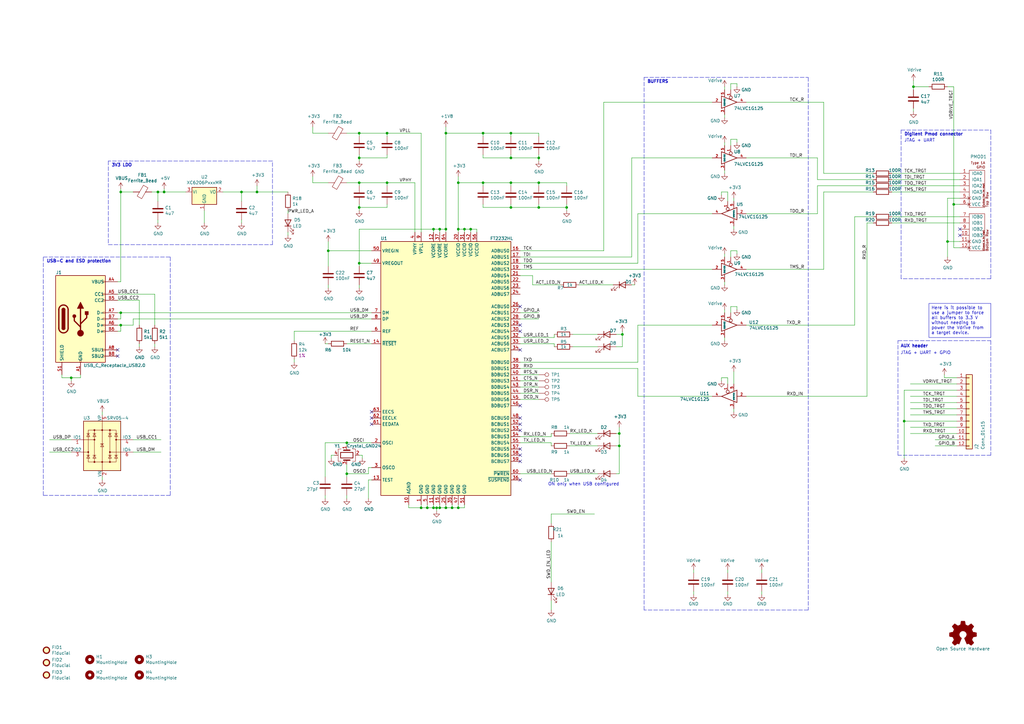
<source format=kicad_sch>
(kicad_sch (version 20231120) (generator "eeschema") (generator_version "8.0")
  (paper "A3")
  (title_block (title "vesp-jtag") (date "2024-10-19") (rev "v1.0") (company "Ondrej Golasowski") (comment 1 "based on Steppenprobe by D. Herranz") (comment 3 "Debugging and boundary scan") (comment 4 "JTAG/UART/GPIO USB interface board"))
  (junction (at 187.96 208.28))
  (junction (at 180.34 93.98))
  (junction (at 147.32 107.95))
  (junction (at 198.12 74.93))
  (junction (at 64.77 78.74))
  (junction (at 158.75 54.61))
  (junction (at 220.98 85.09))
  (junction (at 391.16 83.82))
  (junction (at 220.98 74.93))
  (junction (at 209.55 64.77))
  (junction (at 187.96 74.93))
  (junction (at 105.41 78.74))
  (junction (at 254 177.8))
  (junction (at 134.62 102.87))
  (junction (at 142.24 194.31))
  (junction (at 220.98 64.77))
  (junction (at 182.88 54.61))
  (junction (at 49.53 78.74))
  (junction (at 187.96 93.98))
  (junction (at 147.32 54.61))
  (junction (at 193.04 93.98))
  (junction (at 99.06 78.74))
  (junction (at 49.53 128.27))
  (junction (at 147.32 64.77))
  (junction (at 198.12 54.61))
  (junction (at 232.41 85.09))
  (junction (at 209.55 54.61))
  (junction (at 158.75 74.93))
  (junction (at 185.42 208.28))
  (junction (at 190.5 93.98))
  (junction (at 67.31 78.74))
  (junction (at 374.65 35.56))
  (junction (at 177.8 208.28))
  (junction (at 209.55 85.09))
  (junction (at 49.53 133.35))
  (junction (at 209.55 74.93))
  (junction (at 179.07 208.28))
  (junction (at 182.88 93.98))
  (junction (at 182.88 208.28))
  (junction (at 142.24 181.61))
  (junction (at 29.21 154.94))
  (junction (at 172.72 208.28))
  (junction (at 255.27 137.16))
  (junction (at 388.62 99.06))
  (junction (at 147.32 74.93))
  (junction (at 180.34 208.28))
  (junction (at 175.26 208.28))
  (junction (at 147.32 85.09))
  (junction (at 254 182.88))
  (junction (at 177.8 93.98))
  (junction (at 370.84 172.72))
  (no_connect (at 213.36 186.69))
  (no_connect (at 393.7 96.52))
  (no_connect (at 213.36 173.99))
  (no_connect (at 48.26 146.05))
  (no_connect (at 152.4 171.45))
  (no_connect (at 213.36 176.53))
  (no_connect (at 152.4 168.91))
  (no_connect (at 213.36 135.89))
  (no_connect (at 213.36 166.37))
  (no_connect (at 152.4 173.99))
  (no_connect (at 213.36 189.23))
  (no_connect (at 213.36 133.35))
  (no_connect (at 213.36 125.73))
  (no_connect (at 213.36 143.51))
  (no_connect (at 213.36 184.15))
  (no_connect (at 48.26 143.51))
  (no_connect (at 213.36 171.45))
  (no_connect (at 393.7 93.98))
  (no_connect (at 213.36 196.85))
  (wire (pts (xy 147.32 54.61) (xy 158.75 54.61)))
  (wire (pts (xy 105.41 78.74) (xy 118.11 78.74)))
  (wire (pts (xy 298.45 243.84) (xy 298.45 242.57)))
  (polyline (pts (xy 368.3 139.7) (xy 406.4 139.7)) (stroke (width 0) (type dash)))
  (wire (pts (xy 185.42 207.01) (xy 185.42 208.28)))
  (wire (pts (xy 142.24 194.31) (xy 142.24 195.58)))
  (polyline (pts (xy 17.78 203.2) (xy 17.78 105.41)) (stroke (width 0) (type dash)))
  (wire (pts (xy 198.12 74.93) (xy 187.96 74.93)))
  (wire (pts (xy 190.5 93.98) (xy 193.04 93.98)))
  (wire (pts (xy 226.06 179.07) (xy 226.06 177.8)))
  (wire (pts (xy 295.91 78.74) (xy 295.91 80.01)))
  (wire (pts (xy 393.7 101.6) (xy 391.16 101.6)))
  (wire (pts (xy 64.77 78.74) (xy 67.31 78.74)))
  (wire (pts (xy 374.65 35.56) (xy 374.65 36.83)))
  (wire (pts (xy 297.18 105.41) (xy 297.18 104.14)))
  (wire (pts (xy 151.13 191.77) (xy 151.13 194.31)))
  (polyline (pts (xy 111.76 66.04) (xy 44.45 66.04)) (stroke (width 0) (type dash)))
  (wire (pts (xy 232.41 74.93) (xy 232.41 76.2)))
  (polyline (pts (xy 369.57 53.34) (xy 406.4 53.34)) (stroke (width 0) (type dash)))
  (wire (pts (xy 147.32 74.93) (xy 158.75 74.93)))
  (wire (pts (xy 247.65 102.87) (xy 247.65 41.91)))
  (wire (pts (xy 41.91 170.18) (xy 41.91 168.91)))
  (wire (pts (xy 387.35 154.94) (xy 392.43 154.94)))
  (wire (pts (xy 392.43 177.8) (xy 373.38 177.8)))
  (wire (pts (xy 151.13 196.85) (xy 152.4 196.85)))
  (wire (pts (xy 302.26 57.15) (xy 302.26 58.42)))
  (wire (pts (xy 147.32 107.95) (xy 152.4 107.95)))
  (wire (pts (xy 300.99 93.98) (xy 300.99 92.71)))
  (wire (pts (xy 245.11 194.31) (xy 233.68 194.31)))
  (wire (pts (xy 247.65 41.91) (xy 292.1 41.91)))
  (polyline (pts (xy 368.3 186.69) (xy 368.3 139.7)) (stroke (width 0) (type dash)))
  (wire (pts (xy 128.27 54.61) (xy 128.27 52.07)))
  (wire (pts (xy 182.88 207.01) (xy 182.88 208.28)))
  (wire (pts (xy 177.8 93.98) (xy 177.8 95.25)))
  (wire (pts (xy 373.38 157.48) (xy 392.43 157.48)))
  (wire (pts (xy 142.24 194.31) (xy 151.13 194.31)))
  (polyline (pts (xy 264.16 31.75) (xy 331.47 31.75)) (stroke (width 0) (type dash)))
  (wire (pts (xy 300.99 168.91) (xy 300.99 167.64)))
  (wire (pts (xy 213.36 179.07) (xy 226.06 179.07)))
  (wire (pts (xy 190.5 93.98) (xy 187.96 93.98)))
  (wire (pts (xy 49.53 135.89) (xy 48.26 135.89)))
  (wire (pts (xy 254 182.88) (xy 252.73 182.88)))
  (wire (pts (xy 99.06 91.44) (xy 99.06 90.17)))
  (wire (pts (xy 306.07 41.91) (xy 337.82 41.91)))
  (wire (pts (xy 218.44 116.84) (xy 218.44 113.03)))
  (wire (pts (xy 388.62 99.06) (xy 388.62 105.41)))
  (wire (pts (xy 187.96 93.98) (xy 187.96 95.25)))
  (wire (pts (xy 299.72 102.87) (xy 302.26 102.87)))
  (wire (pts (xy 261.62 162.56) (xy 292.1 162.56)))
  (wire (pts (xy 335.28 76.2) (xy 358.14 76.2)))
  (wire (pts (xy 213.36 107.95) (xy 261.62 107.95)))
  (wire (pts (xy 213.36 148.59) (xy 261.62 148.59)))
  (wire (pts (xy 147.32 64.77) (xy 158.75 64.77)))
  (wire (pts (xy 142.24 182.88) (xy 142.24 181.61)))
  (wire (pts (xy 63.5 120.65) (xy 63.5 133.35)))
  (wire (pts (xy 198.12 63.5) (xy 198.12 64.77)))
  (polyline (pts (xy 406.4 139.7) (xy 406.4 186.69)) (stroke (width 0) (type dash)))
  (wire (pts (xy 152.4 135.89) (xy 120.65 135.89)))
  (wire (pts (xy 392.43 165.1) (xy 373.38 165.1)))
  (wire (pts (xy 209.55 74.93) (xy 209.55 76.2)))
  (wire (pts (xy 365.76 71.12) (xy 393.7 71.12)))
  (wire (pts (xy 99.06 78.74) (xy 105.41 78.74)))
  (wire (pts (xy 213.36 194.31) (xy 226.06 194.31)))
  (wire (pts (xy 254 182.88) (xy 254 177.8)))
  (wire (pts (xy 302.26 102.87) (xy 302.26 104.14)))
  (wire (pts (xy 49.53 78.74) (xy 49.53 77.47)))
  (wire (pts (xy 391.16 83.82) (xy 393.7 83.82)))
  (wire (pts (xy 83.82 86.36) (xy 83.82 91.44)))
  (wire (pts (xy 259.08 64.77) (xy 292.1 64.77)))
  (wire (pts (xy 306.07 64.77) (xy 335.28 64.77)))
  (wire (pts (xy 370.84 160.02) (xy 370.84 172.72)))
  (wire (pts (xy 337.82 71.12) (xy 337.82 41.91)))
  (polyline (pts (xy 44.45 66.04) (xy 44.45 100.33)) (stroke (width 0) (type dash)))
  (wire (pts (xy 147.32 118.11) (xy 147.32 116.84)))
  (wire (pts (xy 64.77 78.74) (xy 64.77 82.55)))
  (wire (pts (xy 335.28 73.66) (xy 358.14 73.66)))
  (wire (pts (xy 213.36 140.97) (xy 227.33 140.97)))
  (wire (pts (xy 226.06 246.38) (xy 226.06 250.19)))
  (wire (pts (xy 259.08 64.77) (xy 259.08 105.41)))
  (wire (pts (xy 234.95 142.24) (xy 245.11 142.24)))
  (wire (pts (xy 134.62 109.22) (xy 134.62 102.87)))
  (wire (pts (xy 245.11 182.88) (xy 233.68 182.88)))
  (wire (pts (xy 306.07 162.56) (xy 355.6 162.56)))
  (wire (pts (xy 234.95 137.16) (xy 245.11 137.16)))
  (wire (pts (xy 259.08 116.84) (xy 260.35 116.84)))
  (wire (pts (xy 147.32 85.09) (xy 158.75 85.09)))
  (wire (pts (xy 392.43 180.34) (xy 383.54 180.34)))
  (wire (pts (xy 312.42 234.95) (xy 312.42 233.68)))
  (wire (pts (xy 48.26 133.35) (xy 49.53 133.35)))
  (wire (pts (xy 33.02 153.67) (xy 33.02 154.94)))
  (polyline (pts (xy 69.85 203.2) (xy 17.78 203.2)) (stroke (width 0) (type dash)))
  (wire (pts (xy 299.72 59.69) (xy 299.72 57.15)))
  (wire (pts (xy 306.07 87.63) (xy 335.28 87.63)))
  (wire (pts (xy 187.96 74.93) (xy 187.96 93.98)))
  (wire (pts (xy 391.16 101.6) (xy 391.16 83.82)))
  (wire (pts (xy 142.24 181.61) (xy 152.4 181.61)))
  (wire (pts (xy 381 35.56) (xy 374.65 35.56)))
  (wire (pts (xy 213.36 102.87) (xy 247.65 102.87)))
  (wire (pts (xy 213.36 105.41) (xy 259.08 105.41)))
  (wire (pts (xy 209.55 83.82) (xy 209.55 85.09)))
  (wire (pts (xy 57.15 123.19) (xy 57.15 133.35)))
  (wire (pts (xy 213.36 128.27) (xy 220.98 128.27)))
  (wire (pts (xy 335.28 64.77) (xy 335.28 73.66)))
  (wire (pts (xy 355.6 91.44) (xy 358.14 91.44)))
  (wire (pts (xy 180.34 207.01) (xy 180.34 208.28)))
  (wire (pts (xy 182.88 54.61) (xy 182.88 93.98)))
  (wire (pts (xy 172.72 208.28) (xy 175.26 208.28)))
  (wire (pts (xy 135.89 187.96) (xy 135.89 186.69)))
  (wire (pts (xy 67.31 78.74) (xy 76.2 78.74)))
  (wire (pts (xy 198.12 85.09) (xy 198.12 83.82)))
  (wire (pts (xy 213.36 138.43) (xy 227.33 138.43)))
  (wire (pts (xy 118.11 87.63) (xy 118.11 86.36)))
  (wire (pts (xy 220.98 66.04) (xy 220.98 64.77)))
  (wire (pts (xy 170.18 95.25) (xy 170.18 74.93)))
  (wire (pts (xy 227.33 137.16) (xy 227.33 138.43)))
  (wire (pts (xy 54.61 130.81) (xy 54.61 133.35)))
  (wire (pts (xy 147.32 55.88) (xy 147.32 54.61)))
  (wire (pts (xy 350.52 88.9) (xy 350.52 133.35)))
  (wire (pts (xy 392.43 172.72) (xy 370.84 172.72)))
  (wire (pts (xy 306.07 133.35) (xy 350.52 133.35)))
  (polyline (pts (xy 369.57 114.3) (xy 369.57 53.34)) (stroke (width 0) (type dash)))
  (wire (pts (xy 298.45 157.48) (xy 298.45 154.94)))
  (wire (pts (xy 118.11 96.52) (xy 118.11 95.25)))
  (wire (pts (xy 299.72 125.73) (xy 302.26 125.73)))
  (wire (pts (xy 152.4 102.87) (xy 134.62 102.87)))
  (wire (pts (xy 158.75 74.93) (xy 158.75 76.2)))
  (wire (pts (xy 254 194.31) (xy 254 182.88)))
  (wire (pts (xy 261.62 151.13) (xy 261.62 162.56)))
  (wire (pts (xy 177.8 93.98) (xy 147.32 93.98)))
  (wire (pts (xy 299.72 36.83) (xy 299.72 34.29)))
  (wire (pts (xy 298.45 154.94) (xy 295.91 154.94)))
  (wire (pts (xy 142.24 54.61) (xy 147.32 54.61)))
  (wire (pts (xy 213.36 163.83) (xy 220.98 163.83)))
  (wire (pts (xy 147.32 93.98) (xy 147.32 107.95)))
  (wire (pts (xy 147.32 76.2) (xy 147.32 74.93)))
  (wire (pts (xy 134.62 140.97) (xy 133.35 140.97)))
  (wire (pts (xy 167.64 208.28) (xy 172.72 208.28)))
  (wire (pts (xy 198.12 54.61) (xy 182.88 54.61)))
  (wire (pts (xy 177.8 208.28) (xy 179.07 208.28)))
  (wire (pts (xy 261.62 148.59) (xy 261.62 133.35)))
  (wire (pts (xy 337.82 71.12) (xy 358.14 71.12)))
  (wire (pts (xy 297.18 48.26) (xy 297.18 46.99)))
  (wire (pts (xy 220.98 85.09) (xy 232.41 85.09)))
  (wire (pts (xy 54.61 185.42) (xy 66.04 185.42)))
  (wire (pts (xy 302.26 125.73) (xy 302.26 127)))
  (wire (pts (xy 365.76 73.66) (xy 393.7 73.66)))
  (wire (pts (xy 198.12 74.93) (xy 209.55 74.93)))
  (wire (pts (xy 370.84 172.72) (xy 370.84 187.96)))
  (wire (pts (xy 29.21 154.94) (xy 29.21 156.21)))
  (wire (pts (xy 105.41 76.2) (xy 105.41 78.74)))
  (wire (pts (xy 392.43 182.88) (xy 383.54 182.88)))
  (wire (pts (xy 57.15 142.24) (xy 57.15 140.97)))
  (polyline (pts (xy 331.47 31.75) (xy 331.47 250.19)) (stroke (width 0) (type dash)))
  (wire (pts (xy 252.73 137.16) (xy 255.27 137.16)))
  (wire (pts (xy 254 177.8) (xy 252.73 177.8)))
  (wire (pts (xy 299.72 34.29) (xy 302.26 34.29)))
  (wire (pts (xy 213.36 110.49) (xy 292.1 110.49)))
  (wire (pts (xy 300.99 82.55) (xy 300.99 81.28)))
  (wire (pts (xy 147.32 63.5) (xy 147.32 64.77)))
  (wire (pts (xy 182.88 52.07) (xy 182.88 54.61)))
  (wire (pts (xy 365.76 88.9) (xy 393.7 88.9)))
  (wire (pts (xy 297.18 36.83) (xy 297.18 35.56)))
  (wire (pts (xy 170.18 74.93) (xy 158.75 74.93)))
  (wire (pts (xy 151.13 204.47) (xy 151.13 196.85)))
  (wire (pts (xy 128.27 74.93) (xy 134.62 74.93)))
  (wire (pts (xy 298.45 78.74) (xy 298.45 82.55)))
  (wire (pts (xy 295.91 154.94) (xy 295.91 156.21)))
  (wire (pts (xy 213.36 158.75) (xy 220.98 158.75)))
  (wire (pts (xy 190.5 207.01) (xy 190.5 208.28)))
  (wire (pts (xy 374.65 45.72) (xy 374.65 44.45)))
  (wire (pts (xy 177.8 207.01) (xy 177.8 208.28)))
  (wire (pts (xy 209.55 85.09) (xy 198.12 85.09)))
  (polyline (pts (xy 264.16 250.19) (xy 264.16 31.75)) (stroke (width 0) (type dash)))
  (wire (pts (xy 172.72 54.61) (xy 172.72 95.25)))
  (wire (pts (xy 49.53 130.81) (xy 49.53 128.27)))
  (wire (pts (xy 220.98 74.93) (xy 220.98 76.2)))
  (wire (pts (xy 297.18 128.27) (xy 297.18 127)))
  (wire (pts (xy 147.32 64.77) (xy 147.32 66.04)))
  (wire (pts (xy 297.18 139.7) (xy 297.18 138.43)))
  (wire (pts (xy 300.99 157.48) (xy 300.99 152.4)))
  (wire (pts (xy 120.65 148.59) (xy 120.65 147.32)))
  (wire (pts (xy 172.72 207.01) (xy 172.72 208.28)))
  (wire (pts (xy 298.45 78.74) (xy 295.91 78.74)))
  (wire (pts (xy 388.62 35.56) (xy 391.16 35.56)))
  (polyline (pts (xy 406.4 186.69) (xy 368.3 186.69)) (stroke (width 0) (type dash)))
  (wire (pts (xy 209.55 64.77) (xy 220.98 64.77)))
  (wire (pts (xy 187.96 72.39) (xy 187.96 74.93)))
  (wire (pts (xy 213.36 161.29) (xy 220.98 161.29)))
  (wire (pts (xy 180.34 95.25) (xy 180.34 93.98)))
  (wire (pts (xy 134.62 118.11) (xy 134.62 116.84)))
  (wire (pts (xy 25.4 154.94) (xy 25.4 153.67)))
  (wire (pts (xy 175.26 207.01) (xy 175.26 208.28)))
  (wire (pts (xy 373.38 167.64) (xy 392.43 167.64)))
  (wire (pts (xy 220.98 74.93) (xy 232.41 74.93)))
  (wire (pts (xy 142.24 190.5) (xy 142.24 194.31)))
  (wire (pts (xy 133.35 195.58) (xy 133.35 181.61)))
  (wire (pts (xy 220.98 64.77) (xy 220.98 63.5)))
  (wire (pts (xy 91.44 78.74) (xy 99.06 78.74)))
  (polyline (pts (xy 17.78 105.41) (xy 69.85 105.41)) (stroke (width 0) (type dash)))
  (wire (pts (xy 261.62 87.63) (xy 292.1 87.63)))
  (wire (pts (xy 306.07 110.49) (xy 337.82 110.49)))
  (polyline (pts (xy 406.4 53.34) (xy 406.4 114.3)) (stroke (width 0) (type dash)))
  (wire (pts (xy 337.82 110.49) (xy 337.82 78.74)))
  (wire (pts (xy 232.41 85.09) (xy 232.41 86.36)))
  (wire (pts (xy 392.43 170.18) (xy 373.38 170.18)))
  (wire (pts (xy 54.61 133.35) (xy 49.53 133.35)))
  (wire (pts (xy 213.36 181.61) (xy 226.06 181.61)))
  (wire (pts (xy 135.89 186.69) (xy 137.16 186.69)))
  (wire (pts (xy 297.18 59.69) (xy 297.18 58.42)))
  (wire (pts (xy 175.26 208.28) (xy 177.8 208.28)))
  (wire (pts (xy 158.75 54.61) (xy 172.72 54.61)))
  (wire (pts (xy 193.04 93.98) (xy 195.58 93.98)))
  (wire (pts (xy 209.55 54.61) (xy 209.55 55.88)))
  (wire (pts (xy 298.45 234.95) (xy 298.45 233.68)))
  (wire (pts (xy 299.72 128.27) (xy 299.72 125.73)))
  (wire (pts (xy 128.27 72.39) (xy 128.27 74.93)))
  (wire (pts (xy 190.5 95.25) (xy 190.5 93.98)))
  (wire (pts (xy 373.38 162.56) (xy 392.43 162.56)))
  (wire (pts (xy 187.96 207.01) (xy 187.96 208.28)))
  (wire (pts (xy 374.65 35.56) (xy 374.65 33.02)))
  (wire (pts (xy 148.59 187.96) (xy 148.59 186.69)))
  (wire (pts (xy 198.12 54.61) (xy 198.12 55.88)))
  (wire (pts (xy 33.02 154.94) (xy 29.21 154.94)))
  (wire (pts (xy 198.12 74.93) (xy 198.12 76.2)))
  (wire (pts (xy 177.8 93.98) (xy 180.34 93.98)))
  (wire (pts (xy 255.27 137.16) (xy 255.27 142.24)))
  (wire (pts (xy 133.35 181.61) (xy 142.24 181.61)))
  (wire (pts (xy 142.24 204.47) (xy 142.24 203.2)))
  (wire (pts (xy 365.76 76.2) (xy 393.7 76.2)))
  (polyline (pts (xy 111.76 100.33) (xy 111.76 66.04)) (stroke (width 0) (type dash)))
  (wire (pts (xy 229.87 116.84) (xy 218.44 116.84)))
  (wire (pts (xy 388.62 81.28) (xy 393.7 81.28)))
  (wire (pts (xy 133.35 204.47) (xy 133.35 203.2)))
  (wire (pts (xy 29.21 180.34) (xy 20.32 180.34)))
  (wire (pts (xy 167.64 207.01) (xy 167.64 208.28)))
  (wire (pts (xy 185.42 208.28) (xy 187.96 208.28)))
  (wire (pts (xy 158.75 85.09) (xy 158.75 83.82)))
  (wire (pts (xy 148.59 186.69) (xy 147.32 186.69)))
  (wire (pts (xy 312.42 243.84) (xy 312.42 242.57)))
  (wire (pts (xy 227.33 140.97) (xy 227.33 142.24)))
  (wire (pts (xy 261.62 133.35) (xy 292.1 133.35)))
  (wire (pts (xy 120.65 139.7) (xy 120.65 135.89)))
  (wire (pts (xy 67.31 77.47) (xy 67.31 78.74)))
  (wire (pts (xy 213.36 130.81) (xy 220.98 130.81)))
  (wire (pts (xy 299.72 105.41) (xy 299.72 102.87)))
  (wire (pts (xy 41.91 196.85) (xy 41.91 195.58)))
  (wire (pts (xy 388.62 99.06) (xy 393.7 99.06)))
  (wire (pts (xy 142.24 74.93) (xy 147.32 74.93)))
  (wire (pts (xy 180.34 208.28) (xy 182.88 208.28)))
  (wire (pts (xy 54.61 180.34) (xy 66.04 180.34)))
  (polyline (pts (xy 406.4 114.3) (xy 369.57 114.3)) (stroke (width 0) (type dash)))
  (wire (pts (xy 388.62 81.28) (xy 388.62 99.06)))
  (wire (pts (xy 226.06 214.63) (xy 226.06 210.82)))
  (wire (pts (xy 355.6 91.44) (xy 355.6 162.56)))
  (wire (pts (xy 152.4 130.81) (xy 54.61 130.81)))
  (wire (pts (xy 180.34 93.98) (xy 182.88 93.98)))
  (wire (pts (xy 350.52 88.9) (xy 358.14 88.9)))
  (wire (pts (xy 64.77 91.44) (xy 64.77 90.17)))
  (wire (pts (xy 365.76 78.74) (xy 393.7 78.74)))
  (wire (pts (xy 63.5 142.24) (xy 63.5 140.97)))
  (wire (pts (xy 49.53 115.57) (xy 49.53 78.74)))
  (wire (pts (xy 29.21 185.42) (xy 20.32 185.42)))
  (wire (pts (xy 158.75 64.77) (xy 158.75 63.5)))
  (wire (pts (xy 134.62 102.87) (xy 134.62 99.06)))
  (wire (pts (xy 147.32 85.09) (xy 147.32 86.36)))
  (wire (pts (xy 179.07 209.55) (xy 179.07 208.28)))
  (wire (pts (xy 284.48 243.84) (xy 284.48 242.57)))
  (wire (pts (xy 195.58 93.98) (xy 195.58 95.25)))
  (wire (pts (xy 134.62 54.61) (xy 128.27 54.61)))
  (wire (pts (xy 226.06 238.76) (xy 226.06 222.25)))
  (wire (pts (xy 48.26 123.19) (xy 57.15 123.19)))
  (wire (pts (xy 213.36 156.21) (xy 220.98 156.21)))
  (wire (pts (xy 49.53 128.27) (xy 48.26 128.27)))
  (wire (pts (xy 335.28 87.63) (xy 335.28 76.2)))
  (wire (pts (xy 209.55 74.93) (xy 220.98 74.93)))
  (wire (pts (xy 220.98 83.82) (xy 220.98 85.09)))
  (wire (pts (xy 187.96 208.28) (xy 190.5 208.28)))
  (wire (pts (xy 391.16 35.56) (xy 391.16 83.82)))
  (wire (pts (xy 218.44 113.03) (xy 213.36 113.03)))
  (wire (pts (xy 142.24 140.97) (xy 152.4 140.97)))
  (wire (pts (xy 209.55 64.77) (xy 209.55 63.5)))
  (wire (pts (xy 213.36 151.13) (xy 261.62 151.13)))
  (wire (pts (xy 158.75 54.61) (xy 158.75 55.88)))
  (wire (pts (xy 261.62 87.63) (xy 261.62 107.95)))
  (wire (pts (xy 147.32 83.82) (xy 147.32 85.09)))
  (polyline (pts (xy 331.47 250.19) (xy 264.16 250.19)) (stroke (width 0) (type dash)))
  (wire (pts (xy 226.06 210.82) (xy 243.84 210.82)))
  (wire (pts (xy 337.82 78.74) (xy 358.14 78.74)))
  (wire (pts (xy 365.76 91.44) (xy 393.7 91.44)))
  (wire (pts (xy 29.21 154.94) (xy 25.4 154.94)))
  (wire (pts (xy 209.55 85.09) (xy 220.98 85.09)))
  (polyline (pts (xy 44.45 100.33) (xy 111.76 100.33)) (stroke (width 0) (type dash)))
  (wire (pts (xy 284.48 234.95) (xy 284.48 233.68)))
  (wire (pts (xy 182.88 93.98) (xy 182.88 95.25)))
  (wire (pts (xy 49.53 133.35) (xy 49.53 135.89)))
  (wire (pts (xy 297.18 71.12) (xy 297.18 69.85)))
  (wire (pts (xy 245.11 177.8) (xy 233.68 177.8)))
  (wire (pts (xy 232.41 85.09) (xy 232.41 83.82)))
  (wire (pts (xy 252.73 142.24) (xy 255.27 142.24)))
  (wire (pts (xy 48.26 115.57) (xy 49.53 115.57)))
  (wire (pts (xy 48.26 130.81) (xy 49.53 130.81)))
  (wire (pts (xy 62.23 78.74) (xy 64.77 78.74)))
  (wire (pts (xy 193.04 93.98) (xy 193.04 95.25)))
  (wire (pts (xy 226.06 181.61) (xy 226.06 182.88)))
  (wire (pts (xy 392.43 175.26) (xy 373.38 175.26)))
  (wire (pts (xy 299.72 57.15) (xy 302.26 57.15)))
  (wire (pts (xy 220.98 54.61) (xy 220.98 55.88)))
  (wire (pts (xy 152.4 191.77) (xy 151.13 191.77)))
  (wire (pts (xy 209.55 54.61) (xy 198.12 54.61)))
  (wire (pts (xy 198.12 64.77) (xy 209.55 64.77)))
  (wire (pts (xy 297.18 116.84) (xy 297.18 115.57)))
  (wire (pts (xy 147.32 109.22) (xy 147.32 107.95)))
  (wire (pts (xy 254 194.31) (xy 252.73 194.31)))
  (wire (pts (xy 254 175.26) (xy 254 177.8)))
  (wire (pts (xy 370.84 160.02) (xy 392.43 160.02)))
  (wire (pts (xy 48.26 120.65) (xy 63.5 120.65)))
  (wire (pts (xy 99.06 82.55) (xy 99.06 78.74)))
  (wire (pts (xy 255.27 135.89) (xy 255.27 137.16)))
  (wire (pts (xy 49.53 78.74) (xy 54.61 78.74)))
  (wire (pts (xy 213.36 153.67) (xy 220.98 153.67)))
  (wire (pts (xy 182.88 208.28) (xy 185.42 208.28)))
  (wire (pts (xy 302.26 34.29) (xy 302.26 35.56)))
  (wire (pts (xy 49.53 128.27) (xy 152.4 128.27)))
  (polyline (pts (xy 69.85 105.41) (xy 69.85 203.2)) (stroke (width 0) (type dash)))
  (wire (pts (xy 237.49 116.84) (xy 251.46 116.84)))
  (wire (pts (xy 387.35 154.94) (xy 387.35 153.67)))
  (wire (pts (xy 220.98 54.61) (xy 209.55 54.61)))
  (wire (pts (xy 179.07 208.28) (xy 180.34 208.28)))
  (text_box "Here is it possible to use a jumper to force all buffers to 3.3 V without needing to power the Vdrive from a target device." (at 381 124.46 0) (size 25.4 13.97) (effects (font (size 1.27 1.27)) (justify left top)))
  (text "ON only when USB configured" (at 224.79 199.39 0) (effects (font (size 1.27 1.27)) (justify left bottom)))
  (text "JTAG + UART" (at 370.84 58.42 0) (effects (font (size 1.27 1.27)) (justify left bottom)))
  (text "3V3 LDO" (at 45.72 68.58 0) (effects (font (size 1.27 1.27) (thickness 0.254) (bold yes)) (justify left bottom)))
  (text "AUX header" (at 369.316 142.748 0) (effects (font (size 1.27 1.27) (thickness 0.254) (bold yes)) (justify left bottom)))
  (text "JTAG + UART + GPIO" (at 369.316 145.542 0) (effects (font (size 1.27 1.27)) (justify left bottom)))
  (text "Digilent Pmod connector" (at 370.84 55.88 0) (effects (font (size 1.27 1.27) (thickness 0.254) (bold yes)) (justify left bottom)))
  (text "USB-C and ESD protection" (at 19.05 107.95 0) (effects (font (size 1.27 1.27) (thickness 0.254) (bold yes)) (justify left bottom)))
  (text "BUFFERS" (at 265.43 34.29 0) (effects (font (size 1.27 1.27) (thickness 0.254) (bold yes)) (justify left bottom)))
  (label "RXD_IN" (at 322.58 162.56 0))
  (label "GPIO_A" (at 214.63 128.27 0))
  (label "USB_DM" (at 55.88 185.42 0))
  (label "USB_CC2" (at 21.59 185.42 0))
  (label "TMS_TRGT" (at 378.46 170.18 0))
  (label "GPIO_B" (at 384.81 182.88 0))
  (label "TXD" (at 214.63 148.59 0))
  (label "TXD_TRGT" (at 370.84 88.9 0))
  (label "USB_LED_K" (at 233.68 194.31 0))
  (label "TDO" (at 214.63 107.95 0))
  (label "TDO_R" (at 323.85 87.63 0))
  (label "DCD_N" (at 214.63 163.83 0))
  (label "GPIO_A" (at 384.81 180.34 0))
  (label "RX_LED_N" (at 214.63 179.07 0))
  (label "TMS_TRGT" (at 370.84 78.74 0))
  (label "TMS_R" (at 323.85 110.49 0))
  (label "TXD_R" (at 322.58 133.35 0))
  (label "TDI_TRGT" (at 370.84 73.66 0))
  (label "TCK_R" (at 323.85 41.91 0))
  (label "RXD_TRGT" (at 378.46 177.8 0))
  (label "ACT_LED_N" (at 219.71 116.84 0))
  (label "TDO_TRGT" (at 370.84 76.2 0))
  (label "USB_DP" (at 21.59 180.34 0))
  (label "VDRIVE_TRGT" (at 378.46 157.48 0))
  (label "VDRIVE_TRGT" (at 391.16 36.83 270))
  (label "SWD_EN_LED" (at 226.06 225.425 270))
  (label "RTS_N" (at 214.63 153.67 0))
  (label "ACT_LED_K" (at 247.65 116.84 180))
  (label "TCK" (at 214.63 102.87 0))
  (label "RXD_TRGT" (at 370.84 91.44 0))
  (label "DSR_N" (at 214.63 161.29 0))
  (label "REF" (at 143.51 135.89 0))
  (label "USB_DM" (at 143.51 128.27 0))
  (label "OSCO" (at 144.78 194.31 0))
  (label "VPLL" (at 163.83 54.61 0))
  (label "PWR_LED_A" (at 118.11 87.63 0))
  (label "USB_LED_N" (at 215.9 194.31 0))
  (label "RXD_R" (at 355.6 100.33 270))
  (label "CTS_N" (at 214.63 156.21 0))
  (label "USR_LED_2" (at 214.63 140.97 0))
  (label "USB_CC1" (at 48.26 120.65 0))
  (label "TCK_TRGT" (at 378.46 162.56 0))
  (label "TDI_R" (at 323.85 64.77 0))
  (label "TDI_TRGT" (at 378.46 165.1 0))
  (label "USR_LED_1" (at 214.63 138.43 0))
  (label "TDO_TRGT" (at 378.46 167.64 0))
  (label "RXD" (at 214.63 151.13 0))
  (label "TDI" (at 214.63 105.41 0))
  (label "TCK_TRGT" (at 370.84 71.12 0))
  (label "VPHY" (at 163.83 74.93 0))
  (label "RESET_N" (at 143.51 140.97 0))
  (label "DTR_N" (at 214.63 158.75 0))
  (label "TX_LED_N" (at 214.63 181.61 0))
  (label "TMS" (at 214.63 110.49 0))
  (label "GPIO_B" (at 214.63 130.81 0))
  (label "TXD_TRGT" (at 378.46 175.26 0))
  (label "USB_DP" (at 143.51 130.81 0))
  (label "OSCI" (at 144.78 181.61 0))
  (label "USB_CC2" (at 48.26 123.19 0))
  (label "SWD_EN" (at 232.41 210.82 0))
  (label "USB_CC1" (at 55.88 180.34 0))
  (label "TX_LED_K" (at 233.68 182.88 0))
  (label "RX_LED_K" (at 233.68 177.8 0))
  (symbol (lib_id "power:GND") (at 300.99 93.98 0) (mirror y) (unit 1)
    (property "Reference" "#PWR045" (effects (hide yes)))
    (property "Value" "GND" (at 304.8 95.25 0))
  )
  (symbol (lib_id "Device:R") (at 138.43 140.97 270) (unit 1)
    (property "Reference" "R6" (at 134.62 143.51 90))
    (property "Value" "10k" (at 142.24 143.51 90))
    (property "Footprint" "Resistor_SMD:R_0603_1608Metric" (effects (hide yes)))
    (property "LCSC_PN" "C25804" (effects (hide yes)))
    (property "Tolerance" "5%" (effects (hide yes)))
  )
  (symbol (lib_id "power:GND") (at 135.89 187.96 0) (unit 1)
    (property "Reference" "#PWR0107" (effects (hide yes)))
    (property "Value" "GND" (at 138.43 190.5 0))
  )
  (symbol (lib_id "Connector:TestPoint") (at 220.98 156.21 270) (unit 1)
    (property "Reference" "TP2" (at 226.06 156.21 90) (effects (justify left)))
    (property "Value" "TestPoint" (effects (hide yes)))
    (property "Footprint" "TestPoint:TestPoint_Pad_D1.0mm" (effects (hide yes)))
  )
  (symbol (lib_name "TestPoint_1") (lib_id "Connector:TestPoint") (at 220.98 158.75 270) (unit 1)
    (property "Reference" "TP3" (at 226.06 158.75 90) (effects (justify left)))
    (property "Value" "TestPoint" (effects (hide yes)))
    (property "Description" "test point" (effects (hide yes)))
  )
  (symbol (lib_id "power:GND") (at 302.26 104.14 0) (unit 1)
    (property "Reference" "#PWR011" (effects (hide yes)))
    (property "Value" "GND" (at 306.07 105.41 0))
  )
  (symbol (lib_id "Device:R") (at 229.87 182.88 270) (unit 1)
    (property "Reference" "R9" (at 227.33 185.42 90))
    (property "Value" "1k" (at 232.41 185.42 90))
    (property "Footprint" "Resistor_SMD:R_0603_1608Metric" (effects (hide yes)))
    (property "LCSC_PN" "C21190" (effects (hide yes)))
    (property "Tolerance" "5%" (effects (hide yes)))
  )
  (symbol (lib_id "74xxGxx_power_pins:74LVC1G125-74xGxx") (at 298.45 87.63 0) (mirror y) (unit 1)
    (property "Reference" "U5" (at 304.8 83.82 0) (effects (justify left)))
    (property "Value" "74LVC1G125" (at 314.96 88.9 0) (effects (justify left)))
    (property "Footprint" "Package_TO_SOT_SMD:SOT-353_SC-70-5" (effects (hide yes)))
    (property "Datasheet" "http://www.ti.com/lit/sg/scyt129e/scyt129e.pdf" (effects (hide yes)))
    (property "LCSC_PN" "C12519" (effects (hide yes)))
    (property "MPN" "74LVC1G125GW,125" (effects (hide yes)))
    (property "Manufacturer" "Nexperia" (effects (hide yes)))
    (property "MPN2" "SN74LVC1G125DCK" (effects (hide yes)))
    (property "Manufacturer2" "Texas Instruments" (effects (hide yes)))
  )
  (symbol (lib_id "Device:C") (at 198.12 59.69 0) (unit 1)
    (property "Reference" "C10" (at 201.041 58.5216 0) (effects (justify left)))
    (property "Value" "100nF" (at 201.041 60.833 0) (effects (justify left)))
    (property "Footprint" "Capacitor_SMD:C_0603_1608Metric" (effects (hide yes)))
    (property "LCSC_PN" "C14663" (effects (hide yes)))
    (property "MPN" "CC0603KRX7R9BB104" (effects (hide yes)))
    (property "Manufacturer" "Yageo" (effects (hide yes)))
    (property "MPN2" "CL10B104KB8NNNC" (effects (hide yes)))
    (property "Manufacturer2" "Samsung Electro-Mechanics" (effects (hide yes)))
    (property "Tolerance" "10%" (effects (hide yes)))
    (property "Type" "X5R/X7R" (effects (hide yes)))
  )
  (symbol (lib_id "74xxGxx_power_pins:74LVC1G125-74xGxx") (at 298.45 162.56 0) (mirror y) (unit 1)
    (property "Reference" "U11" (at 290.9824 161.3916 0) (effects (justify left)))
    (property "Value" "74LVC1G125" (at 290.9824 163.703 0) (effects (justify left)))
    (property "Footprint" "Package_TO_SOT_SMD:SOT-353_SC-70-5" (effects (hide yes)))
    (property "Datasheet" "http://www.ti.com/lit/sg/scyt129e/scyt129e.pdf" (effects (hide yes)))
    (property "LCSC_PN" "C12519" (effects (hide yes)))
    (property "MPN" "74LVC1G125GW,125" (effects (hide yes)))
    (property "Manufacturer" "Nexperia" (effects (hide yes)))
    (property "MPN2" "SN74LVC1G125DCK" (effects (hide yes)))
    (property "Manufacturer2" "Texas Instruments" (effects (hide yes)))
  )
  (symbol (lib_id "Device:Ferrite_Bead") (at 138.43 54.61 270) (unit 1)
    (property "Reference" "FB2" (at 138.43 47.6504 90))
    (property "Value" "Ferrite_Bead" (at 138.43 49.9618 90))
    (property "Footprint" "Inductor_SMD:L_0603_1608Metric" (effects (hide yes)))
    (property "LCSC_PN" "C85831" (effects (hide yes)))
    (property "MPN2" "BKP1608HS121-T" (effects (hide yes)))
    (property "Manufacturer2" "Taiyo Yuden" (effects (hide yes)))
    (property "MPN" "BLM18KG121TN1D" (effects (hide yes)))
    (property "Manufacturer" "Murata Electronics" (effects (hide yes)))
  )
  (symbol (lib_id "Device:C") (at 142.24 199.39 0) (unit 1)
    (property "Reference" "C4" (at 145.161 198.2216 0) (effects (justify left)))
    (property "Value" "27pF" (at 145.161 200.533 0) (effects (justify left)))
    (property "Footprint" "Capacitor_SMD:C_0603_1608Metric" (effects (hide yes)))
    (property "LCSC_PN" "C1656" (effects (hide yes)))
    (property "MPN" "C0603C270J5GAC" (effects (hide yes)))
    (property "Manufacturer" "Kemet" (effects (hide yes)))
    (property "MPN2" "CL10C270JB8NNNC" (effects (hide yes)))
    (property "Manufacturer2" "Samsung Electro-Mechanics" (effects (hide yes)))
    (property "Tolerance" "5%" (effects (hide yes)))
    (property "Type" "C0G" (effects (hide yes)))
  )
  (symbol (lib_id "Connector:USB_C_Receptacle_USB2.0") (at 33.02 130.81 0) (unit 1)
    (property "Reference" "J1" (at 24.13 111.76 0))
    (property "Value" "USB_C_Receptacle_USB2.0" (at 46.99 149.86 0))
    (property "Footprint" "Connector_USB:USB_C_Receptacle_GCT_USB4085" (effects (hide yes)))
    (property "Datasheet" "https://www.usb.org/sites/default/files/documents/usb_type-c.zip" (effects (hide yes)))
    (property "MPN" "USB4085-GF-A" (effects (hide yes)))
    (property "Manufacturer" "GCT" (effects (hide yes)))
  )
  (symbol (lib_id "power:GND") (at 226.06 250.19 0) (unit 1)
    (property "Reference" "#PWR0106" (effects (hide yes)))
    (property "Value" "GND" (at 226.187 254.5842 0))
  )
  (symbol (lib_id "power:GND") (at 147.32 66.04 0) (unit 1)
    (property "Reference" "#PWR022" (effects (hide yes)))
    (property "Value" "GND" (at 147.447 70.4342 0))
  )
  (symbol (lib_id "power:GND") (at 142.24 204.47 0) (unit 1)
    (property "Reference" "#PWR020" (effects (hide yes)))
    (property "Value" "GND" (at 142.367 208.8642 0))
  )
  (symbol (lib_id "Device:R") (at 229.87 194.31 270) (unit 1)
    (property "Reference" "R10" (at 227.33 196.85 90))
    (property "Value" "1k" (at 232.41 196.85 90))
    (property "Footprint" "Resistor_SMD:R_0603_1608Metric" (effects (hide yes)))
    (property "LCSC_PN" "C21190" (effects (hide yes)))
    (property "Tolerance" "5%" (effects (hide yes)))
  )
  (symbol (lib_id "Device:R") (at 361.95 76.2 270) (unit 1)
    (property "Reference" "R15" (at 356.87 74.93 90))
    (property "Value" "100R" (at 367.03 74.93 90))
    (property "Footprint" "Resistor_SMD:R_0603_1608Metric" (effects (hide yes)))
    (property "LCSC_PN" "C22775" (effects (hide yes)))
    (property "Tolerance" "5%" (effects (hide yes)))
  )
  (symbol (lib_id "Device:C") (at 133.35 199.39 0) (unit 1)
    (property "Reference" "C3" (at 128.27 198.12 0) (effects (justify left)))
    (property "Value" "27pF" (at 125.73 200.66 0) (effects (justify left)))
    (property "Footprint" "Capacitor_SMD:C_0603_1608Metric" (effects (hide yes)))
    (property "LCSC_PN" "C1656" (effects (hide yes)))
    (property "MPN" "C0603C270J5GAC" (effects (hide yes)))
    (property "Manufacturer" "Kemet" (effects (hide yes)))
    (property "MPN2" "CL10C270JB8NNNC" (effects (hide yes)))
    (property "Manufacturer2" "Samsung Electro-Mechanics" (effects (hide yes)))
    (property "Tolerance" "5%" (effects (hide yes)))
    (property "Type" "C0G" (effects (hide yes)))
  )
  (symbol (lib_id "Mechanical:Fiducial") (at 19.05 276.86 0) (unit 1)
    (property "Reference" "FID3" (at 21.209 275.6916 0) (effects (justify left)))
    (property "Value" "Fiducial" (at 21.209 278.003 0) (effects (justify left)))
    (property "Footprint" "Fiducial:Fiducial_1mm_Mask2mm" (effects (hide yes)))
  )
  (symbol (lib_id "Device:C") (at 209.55 80.01 0) (unit 1)
    (property "Reference" "C14" (at 212.471 78.8416 0) (effects (justify left)))
    (property "Value" "100nF" (at 212.471 81.153 0) (effects (justify left)))
    (property "Footprint" "Capacitor_SMD:C_0603_1608Metric" (effects (hide yes)))
    (property "LCSC_PN" "C14663" (effects (hide yes)))
    (property "MPN" "CC0603KRX7R9BB104" (effects (hide yes)))
    (property "Manufacturer" "Yageo" (effects (hide yes)))
    (property "MPN2" "CL10B104KB8NNNC" (effects (hide yes)))
    (property "Manufacturer2" "Samsung Electro-Mechanics" (effects (hide yes)))
    (property "Tolerance" "10%" (effects (hide yes)))
    (property "Type" "X5R/X7R" (effects (hide yes)))
  )
  (symbol (lib_id "power:GND") (at 232.41 86.36 0) (unit 1)
    (property "Reference" "#PWR029" (effects (hide yes)))
    (property "Value" "GND" (at 232.537 90.7542 0))
  )
  (symbol (lib_id "Device:R") (at 384.81 35.56 270) (unit 1)
    (property "Reference" "R11" (at 384.81 30.3022 90))
    (property "Value" "100R" (at 384.81 32.6136 90))
    (property "Footprint" "Resistor_SMD:R_0603_1608Metric" (effects (hide yes)))
    (property "LCSC_PN" "C22775" (effects (hide yes)))
    (property "Tolerance" "5%" (effects (hide yes)))
  )
  (symbol (lib_id "Power_Protection:SRV05-4") (at 41.91 182.88 0) (unit 1)
    (property "Reference" "U3" (at 35.56 171.45 0))
    (property "Value" "SRV05-4" (at 48.26 171.45 0))
    (property "Footprint" "Package_TO_SOT_SMD:SOT-23-6" (effects (hide yes)))
    (property "Datasheet" "http://www.onsemi.com/pub/Collateral/SRV05-4-D.PDF" (effects (hide yes)))
    (property "LCSC_PN" "C85364" (effects (hide yes)))
    (property "Manufacturer2" "ProTek Devices" (effects (hide yes)))
    (property "MPN2" "SRV05-4-P-T7" (effects (hide yes)))
    (property "MPN" "SRV05-4HTG-D" (effects (hide yes)))
    (property "Manufacturer" "Littelfuse" (effects (hide yes)))
  )
  (symbol (lib_id "power:GND") (at 179.07 209.55 0) (unit 1)
    (property "Reference" "#PWR026" (effects (hide yes)))
    (property "Value" "GND" (at 179.197 213.9442 0))
  )
  (symbol (lib_id "power:+5V") (at 67.31 77.47 0) (unit 1)
    (property "Reference" "#PWR08" (effects (hide yes)))
    (property "Value" "+5V" (at 67.691 73.0758 0))
  )
  (symbol (lib_id "power:GND") (at 302.26 35.56 0) (unit 1)
    (property "Reference" "#PWR048" (effects (hide yes)))
    (property "Value" "GND" (at 306.07 36.83 0))
  )
  (symbol (lib_id "Device:R") (at 226.06 218.44 180) (unit 1)
    (property "Reference" "R21" (at 228.6 217.17 0))
    (property "Value" "1k" (at 229.87 219.71 0))
    (property "Footprint" "Resistor_SMD:R_0603_1608Metric" (effects (hide yes)))
    (property "LCSC_PN" "C21190" (effects (hide yes)))
    (property "Tolerance" "5%" (effects (hide yes)))
  )
  (symbol (lib_id "power:Vdrive") (at 297.18 127 0) (unit 1)
    (property "Reference" "#PWR042" (effects (hide yes)))
    (property "Value" "Vdrive" (at 293.37 124.46 0))
  )
  (symbol (lib_id "power:+3V3") (at 387.35 153.67 0) (unit 1)
    (property "Reference" "#PWR0104" (effects (hide yes)))
    (property "Value" "+3V3" (at 387.731 149.2758 0))
  )
  (symbol (lib_id "power:GND") (at 147.32 118.11 0) (unit 1)
    (property "Reference" "#PWR024" (effects (hide yes)))
    (property "Value" "GND" (at 147.447 122.5042 0))
  )
  (symbol (lib_id "power:GND") (at 370.84 187.96 0) (unit 1)
    (property "Reference" "#PWR0105" (effects (hide yes)))
    (property "Value" "GND" (at 370.967 192.3542 0))
  )
  (symbol (lib_id "Device:R") (at 233.68 116.84 90) (unit 1)
    (property "Reference" "R7" (at 229.87 118.11 90))
    (property "Value" "1k" (at 233.68 116.84 90))
    (property "Footprint" "Resistor_SMD:R_0603_1608Metric" (effects (hide yes)))
    (property "LCSC_PN" "C21190" (effects (hide yes)))
    (property "Tolerance" "5%" (effects (hide yes)))
  )
  (symbol (lib_id "power:GND") (at 133.35 204.47 0) (unit 1)
    (property "Reference" "#PWR018" (effects (hide yes)))
    (property "Value" "GND" (at 133.477 208.8642 0))
  )
  (symbol (lib_id "power:GND") (at 148.59 187.96 0) (unit 1)
    (property "Reference" "#PWR0103" (effects (hide yes)))
    (property "Value" "GND" (at 146.05 190.5 0))
  )
  (symbol (lib_id "Mechanical:MountingHole") (at 36.83 270.51 0) (unit 1)
    (property "Reference" "H1" (at 39.37 269.3416 0) (effects (justify left)))
    (property "Value" "MountingHole" (at 39.37 271.653 0) (effects (justify left)))
    (property "Footprint" "MountingHole:MountingHole_3.2mm_M3" (effects (hide yes)))
  )
  (symbol (lib_id "Mechanical:Fiducial") (at 19.05 271.78 0) (unit 1)
    (property "Reference" "FID2" (at 21.209 270.6116 0) (effects (justify left)))
    (property "Value" "Fiducial" (at 21.209 272.923 0) (effects (justify left)))
    (property "Footprint" "Fiducial:Fiducial_1mm_Mask2mm" (effects (hide yes)))
  )
  (symbol (lib_id "power:VBUS") (at 41.91 168.91 0) (unit 1)
    (property "Reference" "#PWR02" (effects (hide yes)))
    (property "Value" "VBUS" (at 42.291 164.5158 0))
  )
  (symbol (lib_name "+3V3_1") (lib_id "power:+3V3") (at 255.27 135.89 0) (unit 1)
    (property "Reference" "#PWR031" (effects (hide yes)))
    (property "Value" "+3V3" (at 254.762 131.826 0))
    (property "Description" "Power symbol creates a global label with name \"+3V3\"" (effects (hide yes)))
  )
  (symbol (lib_id "Device:C") (at 209.55 59.69 0) (unit 1)
    (property "Reference" "C11" (at 212.471 58.5216 0) (effects (justify left)))
    (property "Value" "100nF" (at 212.471 60.833 0) (effects (justify left)))
    (property "Footprint" "Capacitor_SMD:C_0603_1608Metric" (effects (hide yes)))
    (property "LCSC_PN" "C14663" (effects (hide yes)))
    (property "MPN" "CC0603KRX7R9BB104" (effects (hide yes)))
    (property "Manufacturer" "Yageo" (effects (hide yes)))
    (property "MPN2" "CL10B104KB8NNNC" (effects (hide yes)))
    (property "Manufacturer2" "Samsung Electro-Mechanics" (effects (hide yes)))
    (property "Tolerance" "10%" (effects (hide yes)))
    (property "Type" "X5R/X7R" (effects (hide yes)))
  )
  (symbol (lib_id "Device:Ferrite_Bead") (at 138.43 74.93 270) (unit 1)
    (property "Reference" "FB3" (at 138.43 67.9704 90))
    (property "Value" "Ferrite_Bead" (at 138.43 70.2818 90))
    (property "Footprint" "Inductor_SMD:L_0603_1608Metric" (effects (hide yes)))
    (property "LCSC_PN" "C85831" (effects (hide yes)))
    (property "MPN2" "BKP1608HS121-T" (effects (hide yes)))
    (property "Manufacturer2" "Taiyo Yuden" (effects (hide yes)))
    (property "MPN" "BLM18KG121TN1D" (effects (hide yes)))
    (property "Manufacturer" "Murata Electronics" (effects (hide yes)))
  )
  (symbol (lib_id "Device:R") (at 63.5 137.16 0) (unit 1)
    (property "Reference" "R2" (at 65.278 135.9916 0) (effects (justify left)))
    (property "Value" "5k1" (at 65.278 138.303 0) (effects (justify left)))
    (property "Footprint" "Resistor_SMD:R_0603_1608Metric" (effects (hide yes)))
    (property "LCSC_PN" "C23186" (effects (hide yes)))
    (property "Tolerance" "5%" (effects (hide yes)))
  )
  (symbol (lib_id "Device:C") (at 220.98 80.01 0) (unit 1)
    (property "Reference" "C15" (at 223.901 78.8416 0) (effects (justify left)))
    (property "Value" "100nF" (at 223.901 81.153 0) (effects (justify left)))
    (property "Footprint" "Capacitor_SMD:C_0603_1608Metric" (effects (hide yes)))
    (property "LCSC_PN" "C14663" (effects (hide yes)))
    (property "MPN" "CC0603KRX7R9BB104" (effects (hide yes)))
    (property "Manufacturer" "Yageo" (effects (hide yes)))
    (property "MPN2" "CL10B104KB8NNNC" (effects (hide yes)))
    (property "Manufacturer2" "Samsung Electro-Mechanics" (effects (hide yes)))
    (property "Tolerance" "10%" (effects (hide yes)))
    (property "Type" "X5R/X7R" (effects (hide yes)))
  )
  (symbol (lib_id "power:GND") (at 29.21 156.21 0) (unit 1)
    (property "Reference" "#PWR01" (effects (hide yes)))
    (property "Value" "GND" (at 29.337 160.6042 0))
  )
  (symbol (lib_id "Graphic:Logo_Open_Hardware_Small") (at 394.97 260.35 0) (unit 1)
    (property "Reference" "LOGO1" (effects (hide yes)))
    (property "Value" "Open Source Hardware" (at 394.97 266.065 0))
    (property "Footprint" "Symbol:OSHW-Logo_7.5x8mm_SilkScreen" (effects (hide yes)))
  )
  (symbol (lib_id "power:+3V3") (at 187.96 72.39 0) (unit 1)
    (property "Reference" "#PWR028" (effects (hide yes)))
    (property "Value" "+3V3" (at 188.341 67.9958 0))
  )
  (symbol (lib_id "power:GND") (at 297.18 139.7 0) (unit 1)
    (property "Reference" "#PWR043" (effects (hide yes)))
    (property "Value" "GND" (at 293.37 140.97 0))
  )
  (symbol (lib_id "Device:R") (at 361.95 88.9 270) (unit 1)
    (property "Reference" "R19" (at 356.87 87.63 90))
    (property "Value" "100R" (at 367.03 87.63 90))
    (property "Footprint" "Resistor_SMD:R_0603_1608Metric" (effects (hide yes)))
    (property "LCSC_PN" "C22775" (effects (hide yes)))
    (property "Tolerance" "5%" (effects (hide yes)))
  )
  (symbol (lib_id "Device:C") (at 64.77 86.36 0) (unit 1)
    (property "Reference" "C1" (at 67.691 85.1916 0) (effects (justify left)))
    (property "Value" "4u7" (at 67.691 87.503 0) (effects (justify left)))
    (property "Footprint" "Capacitor_SMD:C_0603_1608Metric" (effects (hide yes)))
    (property "LCSC_PN" "C19666" (effects (hide yes)))
    (property "MPN" "CL10A475KO8NNNC" (effects (hide yes)))
    (property "Manufacturer" "Samsung Electro-Mechanics" (effects (hide yes)))
    (property "MPN2" "EMK107ABJ475KA-T" (effects (hide yes)))
    (property "Manufacturer2" "Taiyo Yuden" (effects (hide yes)))
    (property "Tolerance" "10%" (effects (hide yes)))
    (property "Type" "X5R/X7R" (effects (hide yes)))
  )
  (symbol (lib_id "Device:C") (at 147.32 59.69 0) (unit 1)
    (property "Reference" "C5" (at 150.241 58.5216 0) (effects (justify left)))
    (property "Value" "4u7" (at 150.241 60.833 0) (effects (justify left)))
    (property "Footprint" "Capacitor_SMD:C_0603_1608Metric" (effects (hide yes)))
    (property "LCSC_PN" "C19666" (effects (hide yes)))
    (property "MPN" "CL10A475KO8NNNC" (effects (hide yes)))
    (property "Manufacturer" "Samsung Electro-Mechanics" (effects (hide yes)))
    (property "MPN2" "EMK107ABJ475KA-T" (effects (hide yes)))
    (property "Manufacturer2" "Taiyo Yuden" (effects (hide yes)))
    (property "Tolerance" "10%" (effects (hide yes)))
    (property "Type" "X5R/X7R" (effects (hide yes)))
  )
  (symbol (lib_id "Device:LED") (at 226.06 242.57 90) (unit 1)
    (property "Reference" "D6" (at 229.87 241.3 90))
    (property "Value" "LED" (at 229.87 243.84 90))
    (property "Footprint" "LED_SMD:LED_0603_1608Metric" (effects (hide yes)))
    (property "LCSC_PN" "C72043" (effects (hide yes)))
    (property "MPN" "19-217/GHC-YR1S2/3T" (effects (hide yes)))
    (property "Manufacturer" "Everlight Elec" (effects (hide yes)))
    (property "MPN2" "150060GS75000" (effects (hide yes)))
    (property "Manufacturer2" "Wurth Electronic" (effects (hide yes)))
  )
  (symbol (lib_id "Device:LED") (at 118.11 91.44 90) (unit 1)
    (property "Reference" "D5" (at 121.92 90.17 90))
    (property "Value" "LED" (at 121.92 92.71 90))
    (property "Footprint" "LED_SMD:LED_0603_1608Metric" (effects (hide yes)))
    (property "LCSC_PN" "C72043" (effects (hide yes)))
    (property "MPN" "19-217/GHC-YR1S2/3T" (effects (hide yes)))
    (property "Manufacturer" "Everlight Elec" (effects (hide yes)))
    (property "MPN2" "150060GS75000" (effects (hide yes)))
    (property "Manufacturer2" "Wurth Electronic" (effects (hide yes)))
  )
  (symbol (lib_id "power:GND") (at 99.06 91.44 0) (unit 1)
    (property "Reference" "#PWR014" (effects (hide yes)))
    (property "Value" "GND" (at 99.187 95.8342 0))
  )
  (symbol (lib_id "power:+3V3") (at 128.27 72.39 0) (unit 1)
    (property "Reference" "#PWR017" (effects (hide yes)))
    (property "Value" "+3V3" (at 128.651 67.9958 0))
  )
  (symbol (lib_id "power:GND") (at 295.91 80.01 0) (mirror y) (unit 1)
    (property "Reference" "#PWR012" (effects (hide yes)))
    (property "Value" "GND" (at 292.1 81.28 0))
  )
  (symbol (lib_name "TestPoint_1") (lib_id "Connector:TestPoint") (at 220.98 163.83 270) (unit 1)
    (property "Reference" "TP5" (at 226.06 163.83 90) (effects (justify left)))
    (property "Value" "TestPoint" (effects (hide yes)))
    (property "Description" "test point" (effects (hide yes)))
  )
  (symbol (lib_id "Mechanical:MountingHole") (at 36.83 276.86 0) (unit 1)
    (property "Reference" "H2" (at 39.37 275.6916 0) (effects (justify left)))
    (property "Value" "MountingHole" (at 39.37 278.003 0) (effects (justify left)))
    (property "Footprint" "MountingHole:MountingHole_3.2mm_M3" (effects (hide yes)))
  )
  (symbol (lib_id "Device:R") (at 120.65 143.51 0) (unit 1)
    (property "Reference" "R4" (at 122.428 141.1986 0) (effects (justify left)))
    (property "Value" "12k" (at 122.428 143.51 0) (effects (justify left)))
    (property "Footprint" "Resistor_SMD:R_0603_1608Metric" (effects (hide yes)))
    (property "Tolerance" "1%" (at 122.428 145.8214 0) (effects (justify left)))
    (property "LCSC_PN" "C22790" (effects (hide yes)))
  )
  (symbol (lib_id "power:+3V3") (at 128.27 52.07 0) (unit 1)
    (property "Reference" "#PWR016" (effects (hide yes)))
    (property "Value" "+3V3" (at 128.651 47.6758 0))
  )
  (symbol (lib_id "Device:C") (at 198.12 80.01 0) (unit 1)
    (property "Reference" "C13" (at 201.041 78.8416 0) (effects (justify left)))
    (property "Value" "100nF" (at 201.041 81.153 0) (effects (justify left)))
    (property "Footprint" "Capacitor_SMD:C_0603_1608Metric" (effects (hide yes)))
    (property "LCSC_PN" "C14663" (effects (hide yes)))
    (property "MPN" "CC0603KRX7R9BB104" (effects (hide yes)))
    (property "Manufacturer" "Yageo" (effects (hide yes)))
    (property "MPN2" "CL10B104KB8NNNC" (effects (hide yes)))
    (property "Manufacturer2" "Samsung Electro-Mechanics" (effects (hide yes)))
    (property "Tolerance" "10%" (effects (hide yes)))
    (property "Type" "X5R/X7R" (effects (hide yes)))
  )
  (symbol (lib_id "Device:C") (at 134.62 113.03 0) (unit 1)
    (property "Reference" "C22" (at 137.541 111.8616 0) (effects (justify left)))
    (property "Value" "100nF" (at 137.541 114.173 0) (effects (justify left)))
    (property "Footprint" "Capacitor_SMD:C_0603_1608Metric" (effects (hide yes)))
    (property "LCSC_PN" "C14663" (effects (hide yes)))
    (property "MPN" "CC0603KRX7R9BB104" (effects (hide yes)))
    (property "Manufacturer" "Yageo" (effects (hide yes)))
    (property "MPN2" "CL10B104KB8NNNC" (effects (hide yes)))
    (property "Manufacturer2" "Samsung Electro-Mechanics" (effects (hide yes)))
    (property "Tolerance" "10%" (effects (hide yes)))
    (property "Type" "X5R/X7R" (effects (hide yes)))
  )
  (symbol (lib_id "power:GND") (at 63.5 142.24 0) (unit 1)
    (property "Reference" "#PWR06" (effects (hide yes)))
    (property "Value" "GND" (at 63.627 146.6342 0))
  )
  (symbol (lib_id "Device:R") (at 361.95 78.74 270) (unit 1)
    (property "Reference" "R16" (at 356.87 77.47 90))
    (property "Value" "100R" (at 367.03 77.47 90))
    (property "Footprint" "Resistor_SMD:R_0603_1608Metric" (effects (hide yes)))
    (property "LCSC_PN" "C22775" (effects (hide yes)))
    (property "Tolerance" "5%" (effects (hide yes)))
  )
  (symbol (lib_id "power:+3V3") (at 300.99 152.4 0) (unit 1)
    (property "Reference" "#PWR049" (effects (hide yes)))
    (property "Value" "+3V3" (at 301.371 148.0058 0))
  )
  (symbol (lib_id "power:Vdrive") (at 284.48 233.68 0) (unit 1)
    (property "Reference" "#PWR054" (effects (hide yes)))
    (property "Value" "Vdrive" (at 284.48 229.87 0))
  )
  (symbol (lib_id "Device:Crystal_GND24") (at 142.24 186.69 270) (unit 1)
    (property "Reference" "Y1" (at 137.16 182.88 90) (effects (justify left)))
    (property "Value" "Crystal_GND24" (at 142.24 182.88 90) (effects (justify left)))
    (property "Footprint" "Crystal:Crystal_SMD_3225-4Pin_3.2x2.5mm" (effects (hide yes)))
    (property "LCSC_PN" "C9002" (effects (hide yes)))
    (property "MPN" "ABM8-12.000MHZ-20-B1U-T" (effects (hide yes)))
    (property "Manufacturer" "Abracon LLC" (effects (hide yes)))
    (property "MPN2" "X322512MSB4SI" (effects (hide yes)))
    (property "Manufacturer2" "Yangxing Tech" (effects (hide yes)))
    (property "Tolerance" "10PPM" (effects (hide yes)))
  )
  (symbol (lib_id "power:GND") (at 297.18 116.84 0) (unit 1)
    (property "Reference" "#PWR038" (effects (hide yes)))
    (property "Value" "GND" (at 293.37 118.11 0))
  )
  (symbol (lib_id "power:GND") (at 297.18 48.26 0) (unit 1)
    (property "Reference" "#PWR034" (effects (hide yes)))
    (property "Value" "GND" (at 293.37 49.53 0))
  )
  (symbol (lib_id "power:GND") (at 220.98 66.04 0) (unit 1)
    (property "Reference" "#PWR030" (effects (hide yes)))
    (property "Value" "GND" (at 221.107 70.4342 0))
  )
  (symbol (lib_id "power:GND") (at 57.15 142.24 0) (unit 1)
    (property "Reference" "#PWR05" (effects (hide yes)))
    (property "Value" "GND" (at 57.277 146.6342 0))
  )
  (symbol (lib_id "Mechanical:Fiducial") (at 19.05 266.7 0) (unit 1)
    (property "Reference" "FID1" (at 21.209 265.5316 0) (effects (justify left)))
    (property "Value" "Fiducial" (at 21.209 267.843 0) (effects (justify left)))
    (property "Footprint" "Fiducial:Fiducial_1mm_Mask2mm" (effects (hide yes)))
  )
  (symbol (lib_id "power:+3V3") (at 105.41 76.2 0) (unit 1)
    (property "Reference" "#PWR013" (effects (hide yes)))
    (property "Value" "+3V3" (at 105.791 71.8058 0))
  )
  (symbol (lib_id "Device:C") (at 312.42 238.76 0) (unit 1)
    (property "Reference" "C21" (at 315.341 237.5916 0) (effects (justify left)))
    (property "Value" "100nF" (at 315.341 239.903 0) (effects (justify left)))
    (property "Footprint" "Capacitor_SMD:C_0603_1608Metric" (effects (hide yes)))
    (property "LCSC_PN" "C14663" (effects (hide yes)))
    (property "MPN" "CC0603KRX7R9BB104" (effects (hide yes)))
    (property "Manufacturer" "Yageo" (effects (hide yes)))
    (property "MPN2" "CL10B104KB8NNNC" (effects (hide yes)))
    (property "Manufacturer2" "Samsung Electro-Mechanics" (effects (hide yes)))
    (property "Tolerance" "10%" (effects (hide yes)))
    (property "Type" "X5R/X7R" (effects (hide yes)))
  )
  (symbol (lib_id "power:GND") (at 147.32 86.36 0) (unit 1)
    (property "Reference" "#PWR023" (effects (hide yes)))
    (property "Value" "GND" (at 147.447 90.7542 0))
  )
  (symbol (lib_id "power:GND") (at 312.42 243.84 0) (unit 1)
    (property "Reference" "#PWR063" (effects (hide yes)))
    (property "Value" "GND" (at 312.42 247.65 0))
  )
  (symbol (lib_id "Device:LED") (at 248.92 194.31 0) (unit 1)
    (property "Reference" "D4" (at 247.65 196.85 0))
    (property "Value" "LED" (effects (hide yes)))
    (property "Footprint" "LED_SMD:LED_0603_1608Metric" (effects (hide yes)))
    (property "LCSC_PN" "C72043" (effects (hide yes)))
    (property "MPN" "19-217/GHC-YR1S2/3T" (effects (hide yes)))
    (property "Manufacturer" "Everlight Elec" (effects (hide yes)))
    (property "MPN2" "150060GS75000" (effects (hide yes)))
    (property "Manufacturer2" "Wurth Electronic" (effects (hide yes)))
  )
  (symbol (lib_id "power:GND") (at 64.77 91.44 0) (unit 1)
    (property "Reference" "#PWR07" (effects (hide yes)))
    (property "Value" "GND" (at 64.897 95.8342 0))
  )
  (symbol (lib_name "LED_1") (lib_id "Device:LED") (at 248.92 142.24 0) (unit 1)
    (property "Reference" "D8" (at 251.46 140.716 0))
    (property "Value" "LED" (effects (hide yes)))
    (property "Description" "Light emitting diode" (effects (hide yes)))
  )
  (symbol (lib_id "Device:R") (at 361.95 71.12 270) (unit 1)
    (property "Reference" "R13" (at 356.87 69.85 90))
    (property "Value" "100R" (at 367.03 69.85 90))
    (property "Footprint" "Resistor_SMD:R_0603_1608Metric" (effects (hide yes)))
    (property "LCSC_PN" "C22775" (effects (hide yes)))
    (property "Tolerance" "5%" (effects (hide yes)))
  )
  (symbol (lib_id "Device:C") (at 158.75 80.01 0) (unit 1)
    (property "Reference" "C9" (at 161.671 78.8416 0) (effects (justify left)))
    (property "Value" "100nF" (at 161.671 81.153 0) (effects (justify left)))
    (property "Footprint" "Capacitor_SMD:C_0603_1608Metric" (effects (hide yes)))
    (property "LCSC_PN" "C14663" (effects (hide yes)))
    (property "MPN" "CC0603KRX7R9BB104" (effects (hide yes)))
    (property "Manufacturer" "Yageo" (effects (hide yes)))
    (property "MPN2" "CL10B104KB8NNNC" (effects (hide yes)))
    (property "Manufacturer2" "Samsung Electro-Mechanics" (effects (hide yes)))
    (property "Tolerance" "10%" (effects (hide yes)))
    (property "Type" "X5R/X7R" (effects (hide yes)))
  )
  (symbol (lib_id "power:+3V3") (at 254 175.26 0) (unit 1)
    (property "Reference" "#PWR032" (effects (hide yes)))
    (property "Value" "+3V3" (at 254.381 170.8658 0))
  )
  (symbol (lib_id "Device:C") (at 147.32 113.03 0) (unit 1)
    (property "Reference" "C7" (at 150.241 111.8616 0) (effects (justify left)))
    (property "Value" "4u7" (at 150.241 114.173 0) (effects (justify left)))
    (property "Footprint" "Capacitor_SMD:C_0603_1608Metric" (effects (hide yes)))
    (property "LCSC_PN" "C19666" (effects (hide yes)))
    (property "MPN" "CL10A475KO8NNNC" (effects (hide yes)))
    (property "Manufacturer" "Samsung Electro-Mechanics" (effects (hide yes)))
    (property "MPN2" "EMK107ABJ475KA-T" (effects (hide yes)))
    (property "Manufacturer2" "Taiyo Yuden" (effects (hide yes)))
    (property "Tolerance" "10%" (effects (hide yes)))
    (property "Type" "X5R/X7R" (effects (hide yes)))
  )
  (symbol (lib_id "power:+1V8") (at 182.88 52.07 0) (unit 1)
    (property "Reference" "#PWR027" (effects (hide yes)))
    (property "Value" "+1V8" (at 183.261 47.6758 0))
  )
  (symbol (lib_id "PMOD:PMOD-Device-x2-Type-1A-GPIO") (at 397.51 85.09 0) (mirror y) (unit 1)
    (property "Reference" "PMOD1" (at 401.32 64.262 0))
    (property "Value" "PMOD-Device-x2-Type-1A-GPIO" (effects (hide yes)))
    (property "Footprint" "pmod-conn_6x2:pmod_pin_array_6x2" (effects (hide yes)))
    (property "Datasheet" "https://docs.google.com/a/mithis.com/spreadsheets/d/1D-GboyrP57VVpejQzEm0P1WEORo1LAIt92hk1bZGEoo/edit#gid=0" (effects (hide yes)))
    (property "Description" "PMOD Device Type 1A (Expanded/Dual GPIO)" (effects (hide yes)))
  )
  (symbol (lib_id "power:GND") (at 388.62 105.41 0) (unit 1)
    (property "Reference" "#PWR057" (effects (hide yes)))
    (property "Value" "GND" (at 388.747 109.8042 0))
  )
  (symbol (lib_id "Device:C") (at 220.98 59.69 0) (unit 1)
    (property "Reference" "C12" (at 223.901 58.5216 0) (effects (justify left)))
    (property "Value" "100nF" (at 223.901 60.833 0) (effects (justify left)))
    (property "Footprint" "Capacitor_SMD:C_0603_1608Metric" (effects (hide yes)))
    (property "LCSC_PN" "C14663" (effects (hide yes)))
    (property "MPN" "CC0603KRX7R9BB104" (effects (hide yes)))
    (property "Manufacturer" "Yageo" (effects (hide yes)))
    (property "MPN2" "CL10B104KB8NNNC" (effects (hide yes)))
    (property "Manufacturer2" "Samsung Electro-Mechanics" (effects (hide yes)))
    (property "Tolerance" "10%" (effects (hide yes)))
    (property "Type" "X5R/X7R" (effects (hide yes)))
  )
  (symbol (lib_id "power:GND") (at 83.82 91.44 0) (unit 1)
    (property "Reference" "#PWR010" (effects (hide yes)))
    (property "Value" "GND" (at 83.947 95.8342 0))
  )
  (symbol (lib_id "power:+3V3") (at 260.35 116.84 0) (unit 1)
    (property "Reference" "#PWR0108" (effects (hide yes)))
    (property "Value" "+3V3" (at 260.35 113.03 0))
  )
  (symbol (lib_id "Device:R") (at 361.95 91.44 90) (unit 1)
    (property "Reference" "R20" (at 356.87 90.17 90))
    (property "Value" "100R" (at 367.03 90.17 90))
    (property "Footprint" "Resistor_SMD:R_0603_1608Metric" (effects (hide yes)))
    (property "LCSC_PN" "C22775" (effects (hide yes)))
    (property "Tolerance" "5%" (effects (hide yes)))
  )
  (symbol (lib_name "R_2") (lib_id "Device:R") (at 231.14 142.24 90) (unit 1)
    (property "Reference" "R5" (at 231.14 140.208 90))
    (property "Value" "1k" (at 231.14 142.24 90))
    (property "Description" "Resistor" (effects (hide yes)))
  )
  (symbol (lib_id "power:GND") (at 374.65 45.72 0) (unit 1)
    (property "Reference" "#PWR053" (effects (hide yes)))
    (property "Value" "GND" (at 374.777 50.1142 0))
  )
  (symbol (lib_id "Device:R") (at 118.11 82.55 0) (unit 1)
    (property "Reference" "R18" (at 119.888 81.3816 0) (effects (justify left)))
    (property "Value" "1k" (at 119.888 83.693 0) (effects (justify left)))
    (property "Footprint" "Resistor_SMD:R_0603_1608Metric" (effects (hide yes)))
    (property "LCSC_PN" "C21190" (effects (hide yes)))
    (property "Tolerance" "5%" (effects (hide yes)))
  )
  (symbol (lib_id "power:Vdrive") (at 297.18 58.42 0) (unit 1)
    (property "Reference" "#PWR035" (effects (hide yes)))
    (property "Value" "Vdrive" (at 293.37 55.88 0))
  )
  (symbol (lib_id "Regulator_Linear:XC6206PxxxMR") (at 83.82 78.74 0) (unit 1)
    (property "Reference" "U2" (at 83.82 72.5932 0))
    (property "Value" "XC6206PxxxMR" (at 83.82 74.9046 0))
    (property "Footprint" "Package_TO_SOT_SMD:SOT-23" (effects (hide yes)))
    (property "Datasheet" "https://www.torexsemi.com/file/xc6206/XC6206.pdf" (effects (hide yes)))
    (property "LCSC_PN" "C5446" (effects (hide yes)))
    (property "MPN" "XC6206P332MR" (effects (hide yes)))
    (property "Manufacturer" "Torex Semiconductor" (effects (hide yes)))
    (property "MPN2" "AP2120N-3.3TRG1" (effects (hide yes)))
    (property "Manufacturer2" "Diodes Incorporated" (effects (hide yes)))
  )
  (symbol (lib_id "power:+3V3") (at 133.35 140.97 0) (unit 1)
    (property "Reference" "#PWR019" (effects (hide yes)))
    (property "Value" "+3V3" (at 133.35 137.16 0))
  )
  (symbol (lib_name "R_1") (lib_id "Device:R") (at 231.14 137.16 90) (unit 1)
    (property "Reference" "R3" (at 231.14 134.874 90))
    (property "Value" "1k" (at 231.14 137.16 90))
    (property "Description" "Resistor" (effects (hide yes)))
  )
  (symbol (lib_id "Device:C") (at 284.48 238.76 0) (unit 1)
    (property "Reference" "C19" (at 287.401 237.5916 0) (effects (justify left)))
    (property "Value" "100nF" (at 287.401 239.903 0) (effects (justify left)))
    (property "Footprint" "Capacitor_SMD:C_0603_1608Metric" (effects (hide yes)))
    (property "LCSC_PN" "C14663" (effects (hide yes)))
    (property "MPN" "CC0603KRX7R9BB104" (effects (hide yes)))
    (property "Manufacturer" "Yageo" (effects (hide yes)))
    (property "MPN2" "CL10B104KB8NNNC" (effects (hide yes)))
    (property "Manufacturer2" "Samsung Electro-Mechanics" (effects (hide yes)))
    (property "Tolerance" "10%" (effects (hide yes)))
    (property "Type" "X5R/X7R" (effects (hide yes)))
  )
  (symbol (lib_id "Device:C") (at 232.41 80.01 0) (unit 1)
    (property "Reference" "C16" (at 235.331 78.8416 0) (effects (justify left)))
    (property "Value" "100nF" (at 235.331 81.153 0) (effects (justify left)))
    (property "Footprint" "Capacitor_SMD:C_0603_1608Metric" (effects (hide yes)))
    (property "LCSC_PN" "C14663" (effects (hide yes)))
    (property "MPN" "CC0603KRX7R9BB104" (effects (hide yes)))
    (property "Manufacturer" "Yageo" (effects (hide yes)))
    (property "MPN2" "CL10B104KB8NNNC" (effects (hide yes)))
    (property "Manufacturer2" "Samsung Electro-Mechanics" (effects (hide yes)))
    (property "Tolerance" "10%" (effects (hide yes)))
    (property "Type" "X5R/X7R" (effects (hide yes)))
  )
  (symbol (lib_id "Device:R") (at 229.87 177.8 270) (unit 1)
    (property "Reference" "R8" (at 227.33 175.26 90))
    (property "Value" "1k" (at 232.41 175.26 90))
    (property "Footprint" "Resistor_SMD:R_0603_1608Metric" (effects (hide yes)))
    (property "LCSC_PN" "C21190" (effects (hide yes)))
    (property "Tolerance" "5%" (effects (hide yes)))
  )
  (symbol (lib_id "Device:C") (at 99.06 86.36 0) (unit 1)
    (property "Reference" "C2" (at 101.981 85.1916 0) (effects (justify left)))
    (property "Value" "4u7" (at 101.981 87.503 0) (effects (justify left)))
    (property "Footprint" "Capacitor_SMD:C_0603_1608Metric" (effects (hide yes)))
    (property "LCSC_PN" "C19666" (effects (hide yes)))
    (property "MPN" "CL10A475KO8NNNC" (effects (hide yes)))
    (property "Manufacturer" "Samsung Electro-Mechanics" (effects (hide yes)))
    (property "MPN2" "EMK107ABJ475KA-T" (effects (hide yes)))
    (property "Manufacturer2" "Taiyo Yuden" (effects (hide yes)))
    (property "Tolerance" "10%" (effects (hide yes)))
    (property "Type" "X5R/X7R" (effects (hide yes)))
  )
  (symbol (lib_id "74xxGxx_power_pins:74LVC1G125-74xGxx") (at 299.72 64.77 0) (unit 1)
    (property "Reference" "U8" (at 300.99 62.23 0) (effects (justify left)))
    (property "Value" "74LVC1G125" (at 300.99 67.31 0) (effects (justify left)))
    (property "Footprint" "Package_TO_SOT_SMD:SOT-353_SC-70-5" (effects (hide yes)))
    (property "Datasheet" "http://www.ti.com/lit/sg/scyt129e/scyt129e.pdf" (effects (hide yes)))
    (property "LCSC_PN" "C12519" (effects (hide yes)))
    (property "MPN" "74LVC1G125GW,125" (effects (hide yes)))
    (property "Manufacturer" "Nexperia" (effects (hide yes)))
    (property "MPN2" "SN74LVC1G125DCK" (effects (hide yes)))
    (property "Manufacturer2" "Texas Instruments" (effects (hide yes)))
  )
  (symbol (lib_id "74xxGxx_power_pins:74LVC1G125-74xGxx") (at 299.72 133.35 0) (unit 1)
    (property "Reference" "U12" (at 307.1876 132.1816 0) (effects (justify left)))
    (property "Value" "74LVC1G125" (at 307.1876 134.493 0) (effects (justify left)))
    (property "Footprint" "Package_TO_SOT_SMD:SOT-353_SC-70-5" (effects (hide yes)))
    (property "Datasheet" "http://www.ti.com/lit/sg/scyt129e/scyt129e.pdf" (effects (hide yes)))
    (property "LCSC_PN" "C12519" (effects (hide yes)))
    (property "MPN" "74LVC1G125GW,125" (effects (hide yes)))
    (property "Manufacturer" "Nexperia" (effects (hide yes)))
    (property "MPN2" "SN74LVC1G125DCK" (effects (hide yes)))
    (property "Manufacturer2" "Texas Instruments" (effects (hide yes)))
  )
  (symbol (lib_id "Device:LED") (at 248.92 182.88 0) (unit 1)
    (property "Reference" "D3" (at 247.65 185.42 0))
    (property "Value" "LED" (effects (hide yes)))
    (property "Footprint" "LED_SMD:LED_0603_1608Metric" (effects (hide yes)))
    (property "LCSC_PN" "C72043" (effects (hide yes)))
    (property "MPN" "19-217/GHC-YR1S2/3T" (effects (hide yes)))
    (property "Manufacturer" "Everlight Elec" (effects (hide yes)))
    (property "MPN2" "150060GS75000" (effects (hide yes)))
    (property "Manufacturer2" "Wurth Electronic" (effects (hide yes)))
  )
  (symbol (lib_id "power:Vdrive") (at 297.18 104.14 0) (unit 1)
    (property "Reference" "#PWR037" (effects (hide yes)))
    (property "Value" "Vdrive" (at 293.37 101.6 0))
  )
  (symbol (lib_id "Interface_USB:FT2232HL") (at 182.88 151.13 0) (unit 1)
    (property "Reference" "U1" (at 157.48 97.79 0))
    (property "Value" "FT2232HL" (at 205.74 97.79 0))
    (property "Footprint" "Package_QFP:LQFP-64_10x10mm_P0.5mm" (effects (hide yes)))
    (property "Datasheet" "https://www.ftdichip.com/Support/Documents/DataSheets/ICs/DS_FT2232H.pdf" (effects (hide yes)))
    (property "Manufacturer" "FTDI" (effects (hide yes)))
    (property "MPN" "FT2232HL" (effects (hide yes)))
    (property "LCSC_PN" "C27882" (effects (hide yes)))
  )
  (symbol (lib_id "74xxGxx_power_pins:74LVC1G125-74xGxx") (at 299.72 41.91 0) (unit 1)
    (property "Reference" "U7" (at 300.99 39.37 0) (effects (justify left)))
    (property "Value" "74LVC1G125" (at 300.99 44.45 0) (effects (justify left)))
    (property "Footprint" "Package_TO_SOT_SMD:SOT-353_SC-70-5" (effects (hide yes)))
    (property "Datasheet" "http://www.ti.com/lit/sg/scyt129e/scyt129e.pdf" (effects (hide yes)))
    (property "LCSC_PN" "C12519" (effects (hide yes)))
    (property "MPN" "74LVC1G125GW,125" (effects (hide yes)))
    (property "Manufacturer" "Nexperia" (effects (hide yes)))
    (property "MPN2" "SN74LVC1G125DCK" (effects (hide yes)))
    (property "Manufacturer2" "Texas Instruments" (effects (hide yes)))
  )
  (symbol (lib_id "power:GND") (at 120.65 148.59 0) (unit 1)
    (property "Reference" "#PWR015" (effects (hide yes)))
    (property "Value" "GND" (at 120.777 152.9842 0))
  )
  (symbol (lib_id "Device:LED") (at 248.92 177.8 0) (unit 1)
    (property "Reference" "D2" (at 247.65 175.26 0))
    (property "Value" "LED" (effects (hide yes)))
    (property "Footprint" "LED_SMD:LED_0603_1608Metric" (effects (hide yes)))
    (property "LCSC_PN" "C72043" (effects (hide yes)))
    (property "MPN" "19-217/GHC-YR1S2/3T" (effects (hide yes)))
    (property "Manufacturer" "Everlight Elec" (effects (hide yes)))
    (property "MPN2" "150060GS75000" (effects (hide yes)))
    (property "Manufacturer2" "Wurth Electronic" (effects (hide yes)))
  )
  (symbol (lib_id "power:GND") (at 134.62 118.11 0) (unit 1)
    (property "Reference" "#PWR064" (effects (hide yes)))
    (property "Value" "GND" (at 134.747 122.5042 0))
  )
  (symbol (lib_id "Device:R") (at 361.95 73.66 270) (unit 1)
    (property "Reference" "R14" (at 356.87 72.39 90))
    (property "Value" "100R" (at 367.03 72.39 90))
    (property "Footprint" "Resistor_SMD:R_0603_1608Metric" (effects (hide yes)))
    (property "LCSC_PN" "C22775" (effects (hide yes)))
    (property "Tolerance" "5%" (effects (hide yes)))
  )
  (symbol (lib_id "power:GND") (at 302.26 127 0) (unit 1)
    (property "Reference" "#PWR051" (effects (hide yes)))
    (property "Value" "GND" (at 306.07 128.27 0))
  )
  (symbol (lib_id "Connector_Generic:Conn_01x12") (at 397.51 167.64 0) (unit 1)
    (property "Reference" "J2" (at 400.558 184.404 90) (effects (justify left)))
    (property "Value" "Conn_01x15" (at 403.098 184.404 90) (effects (justify left)))
    (property "Description" "Generic connector, single row, 01x12, script generated (kicad-library-utils/schlib/autogen/connector/)" (effects (hide yes)))
  )
  (symbol (lib_name "TestPoint_1") (lib_id "Connector:TestPoint") (at 220.98 161.29 270) (unit 1)
    (property "Reference" "TP4" (at 226.06 161.29 90) (effects (justify left)))
    (property "Value" "TestPoint" (effects (hide yes)))
    (property "Description" "test point" (effects (hide yes)))
  )
  (symbol (lib_id "power:GND") (at 284.48 243.84 0) (unit 1)
    (property "Reference" "#PWR055" (effects (hide yes)))
    (property "Value" "GND" (at 284.48 247.65 0))
  )
  (symbol (lib_id "Mechanical:MountingHole") (at 57.15 270.51 0) (unit 1)
    (property "Reference" "H3" (at 59.69 269.3416 0) (effects (justify left)))
    (property "Value" "MountingHole" (at 59.69 271.653 0) (effects (justify left)))
    (property "Footprint" "MountingHole:MountingHole_3.2mm_M3" (effects (hide yes)))
  )
  (symbol (lib_id "power:GND") (at 151.13 204.47 0) (unit 1)
    (property "Reference" "#PWR025" (effects (hide yes)))
    (property "Value" "GND" (at 151.257 208.8642 0))
  )
  (symbol (lib_id "Device:C") (at 298.45 238.76 0) (unit 1)
    (property "Reference" "C20" (at 301.371 237.5916 0) (effects (justify left)))
    (property "Value" "100nF" (at 301.371 239.903 0) (effects (justify left)))
    (property "Footprint" "Capacitor_SMD:C_0603_1608Metric" (effects (hide yes)))
    (property "LCSC_PN" "C14663" (effects (hide yes)))
    (property "MPN" "CC0603KRX7R9BB104" (effects (hide yes)))
    (property "Manufacturer" "Yageo" (effects (hide yes)))
    (property "MPN2" "CL10B104KB8NNNC" (effects (hide yes)))
    (property "Manufacturer2" "Samsung Electro-Mechanics" (effects (hide yes)))
    (property "Tolerance" "10%" (effects (hide yes)))
    (property "Type" "X5R/X7R" (effects (hide yes)))
  )
  (symbol (lib_id "power:Vdrive") (at 312.42 233.68 0) (unit 1)
    (property "Reference" "#PWR062" (effects (hide yes)))
    (property "Value" "Vdrive" (at 312.42 229.87 0))
  )
  (symbol (lib_id "Device:C") (at 147.32 80.01 0) (unit 1)
    (property "Reference" "C6" (at 150.241 78.8416 0) (effects (justify left)))
    (property "Value" "4u7" (at 150.241 81.153 0) (effects (justify left)))
    (property "Footprint" "Capacitor_SMD:C_0603_1608Metric" (effects (hide yes)))
    (property "LCSC_PN" "C19666" (effects (hide yes)))
    (property "MPN" "CL10A475KO8NNNC" (effects (hide yes)))
    (property "Manufacturer" "Samsung Electro-Mechanics" (effects (hide yes)))
    (property "MPN2" "EMK107ABJ475KA-T" (effects (hide yes)))
    (property "Manufacturer2" "Taiyo Yuden" (effects (hide yes)))
    (property "Tolerance" "10%" (effects (hide yes)))
    (property "Type" "X5R/X7R" (effects (hide yes)))
  )
  (symbol (lib_id "Device:C") (at 158.75 59.69 0) (unit 1)
    (property "Reference" "C8" (at 161.671 58.5216 0) (effects (justify left)))
    (property "Value" "100nF" (at 161.671 60.833 0) (effects (justify left)))
    (property "Footprint" "Capacitor_SMD:C_0603_1608Metric" (effects (hide yes)))
    (property "LCSC_PN" "C14663" (effects (hide yes)))
    (property "MPN" "CC0603KRX7R9BB104" (effects (hide yes)))
    (property "Manufacturer" "Yageo" (effects (hide yes)))
    (property "MPN2" "CL10B104KB8NNNC" (effects (hide yes)))
    (property "Manufacturer2" "Samsung Electro-Mechanics" (effects (hide yes)))
    (property "Tolerance" "10%" (effects (hide yes)))
    (property "Type" "X5R/X7R" (effects (hide yes)))
  )
  (symbol (lib_id "power:Vdrive") (at 374.65 33.02 0) (unit 1)
    (property "Reference" "#PWR052" (effects (hide yes)))
    (property "Value" "Vdrive" (at 375.0818 28.6258 0))
  )
  (symbol (lib_id "power:GND") (at 300.99 168.91 0) (mirror y) (unit 1)
    (property "Reference" "#PWR050" (effects (hide yes)))
    (property "Value" "GND" (at 304.8 170.18 0))
  )
  (symbol (lib_id "Device:Ferrite_Bead") (at 58.42 78.74 270) (unit 1)
    (property "Reference" "FB1" (at 58.42 71.7804 90))
    (property "Value" "Ferrite_Bead" (at 58.42 74.0918 90))
    (property "Footprint" "Inductor_SMD:L_0603_1608Metric" (effects (hide yes)))
    (property "LCSC_PN" "C85831" (effects (hide yes)))
    (property "MPN2" "BKP1608HS121-T" (effects (hide yes)))
    (property "Manufacturer2" "Taiyo Yuden" (effects (hide yes)))
    (property "MPN" "BLM18KG121TN1D" (effects (hide yes)))
    (property "Manufacturer" "Murata Electronics" (effects (hide yes)))
  )
  (symbol (lib_id "Device:C") (at 374.65 40.64 0) (unit 1)
    (property "Reference" "C17" (at 377.571 39.4716 0) (effects (justify left)))
    (property "Value" "4u7" (at 377.571 41.783 0) (effects (justify left)))
    (property "Footprint" "Capacitor_SMD:C_0603_1608Metric" (effects (hide yes)))
    (property "LCSC_PN" "C19666" (effects (hide yes)))
    (property "MPN" "CL10A475KO8NNNC" (effects (hide yes)))
    (property "Manufacturer" "Samsung Electro-Mechanics" (effects (hide yes)))
    (property "MPN2" "EMK107ABJ475KA-T" (effects (hide yes)))
    (property "Manufacturer2" "Taiyo Yuden" (effects (hide yes)))
    (property "Tolerance" "10%" (effects (hide yes)))
    (property "Type" "X5R/X7R" (effects (hide yes)))
  )
  (symbol (lib_id "power:GND") (at 298.45 243.84 0) (unit 1)
    (property "Reference" "#PWR060" (effects (hide yes)))
    (property "Value" "GND" (at 298.45 247.65 0))
  )
  (symbol (lib_id "Connector:TestPoint") (at 220.98 153.67 270) (unit 1)
    (property "Reference" "TP1" (at 226.06 153.67 90) (effects (justify left)))
    (property "Value" "TestPoint" (effects (hide yes)))
    (property "Footprint" "TestPoint:TestPoint_Pad_D1.0mm" (effects (hide yes)))
  )
  (symbol (lib_id "Mechanical:MountingHole") (at 57.15 276.86 0) (unit 1)
    (property "Reference" "H4" (at 59.69 275.6916 0) (effects (justify left)))
    (property "Value" "MountingHole" (at 59.69 278.003 0) (effects (justify left)))
    (property "Footprint" "MountingHole:MountingHole_3.2mm_M3" (effects (hide yes)))
  )
  (symbol (lib_id "power:Vdrive") (at 298.45 233.68 0) (unit 1)
    (property "Reference" "#PWR056" (effects (hide yes)))
    (property "Value" "Vdrive" (at 298.45 229.87 0))
  )
  (symbol (lib_id "Device:R") (at 57.15 137.16 0) (unit 1)
    (property "Reference" "R1" (at 58.928 135.9916 0) (effects (justify left)))
    (property "Value" "5k1" (at 58.928 138.303 0) (effects (justify left)))
    (property "Footprint" "Resistor_SMD:R_0603_1608Metric" (effects (hide yes)))
    (property "LCSC_PN" "C23186" (effects (hide yes)))
    (property "Tolerance" "5%" (effects (hide yes)))
  )
  (symbol (lib_id "Device:LED") (at 255.27 116.84 0) (unit 1)
    (property "Reference" "D1" (at 257.81 115.57 0))
    (property "Value" "LED" (effects (hide yes)))
    (property "Footprint" "LED_SMD:LED_0603_1608Metric" (effects (hide yes)))
    (property "LCSC_PN" "C72043" (effects (hide yes)))
    (property "MPN" "19-217/GHC-YR1S2/3T" (effects (hide yes)))
    (property "Manufacturer" "Everlight Elec" (effects (hide yes)))
    (property "MPN2" "150060GS75000" (effects (hide yes)))
    (property "Manufacturer2" "Wurth Electronic" (effects (hide yes)))
  )
  (symbol (lib_id "74xxGxx_power_pins:74LVC1G125-74xGxx") (at 299.72 110.49 0) (unit 1)
    (property "Reference" "U9" (at 300.99 107.95 0) (effects (justify left)))
    (property "Value" "74LVC1G125" (at 301.244 112.522 0) (effects (justify left)))
    (property "Footprint" "Package_TO_SOT_SMD:SOT-353_SC-70-5" (effects (hide yes)))
    (property "Datasheet" "http://www.ti.com/lit/sg/scyt129e/scyt129e.pdf" (effects (hide yes)))
    (property "LCSC_PN" "C12519" (effects (hide yes)))
    (property "MPN" "74LVC1G125GW,125" (effects (hide yes)))
    (property "Manufacturer" "Nexperia" (effects (hide yes)))
    (property "MPN2" "SN74LVC1G125DCK" (effects (hide yes)))
    (property "Manufacturer2" "Texas Instruments" (effects (hide yes)))
  )
  (symbol (lib_id "power:GND") (at 297.18 71.12 0) (unit 1)
    (property "Reference" "#PWR036" (effects (hide yes)))
    (property "Value" "GND" (at 293.37 72.39 0))
  )
  (symbol (lib_id "power:GND") (at 302.26 58.42 0) (unit 1)
    (property "Reference" "#PWR09" (effects (hide yes)))
    (property "Value" "GND" (at 306.07 59.69 0))
  )
  (symbol (lib_id "power:GND") (at 295.91 156.21 0) (mirror y) (unit 1)
    (property "Reference" "#PWR041" (effects (hide yes)))
    (property "Value" "GND" (at 292.1 157.48 0))
  )
  (symbol (lib_id "power:GND") (at 118.11 96.52 0) (unit 1)
    (property "Reference" "#PWR0102" (effects (hide yes)))
    (property "Value" "GND" (at 118.237 100.9142 0))
  )
  (symbol (lib_id "power:GND") (at 41.91 196.85 0) (unit 1)
    (property "Reference" "#PWR03" (effects (hide yes)))
    (property "Value" "GND" (at 42.037 201.2442 0))
  )
  (symbol (lib_id "power:Vdrive") (at 297.18 35.56 0) (unit 1)
    (property "Reference" "#PWR033" (effects (hide yes)))
    (property "Value" "Vdrive" (at 293.37 33.02 0))
  )
  (symbol (lib_id "power:+3V3") (at 134.62 99.06 0) (unit 1)
    (property "Reference" "#PWR021" (effects (hide yes)))
    (property "Value" "+3V3" (at 135.001 94.6658 0))
  )
  (symbol (lib_id "power:+3V3") (at 300.99 81.28 0) (unit 1)
    (property "Reference" "#PWR044" (effects (hide yes)))
    (property "Value" "+3V3" (at 301.371 76.8858 0))
  )
  (symbol (lib_id "power:VBUS") (at 49.53 77.47 0) (unit 1)
    (property "Reference" "#PWR04" (effects (hide yes)))
    (property "Value" "VBUS" (at 49.911 73.0758 0))
  )
  (symbol (lib_name "LED_1") (lib_id "Device:LED") (at 248.92 137.16 0) (unit 1)
    (property "Reference" "D7" (at 251.46 135.636 0))
    (property "Value" "LED" (effects (hide yes)))
    (property "Description" "Light emitting diode" (effects (hide yes)))
  )
)
</source>
